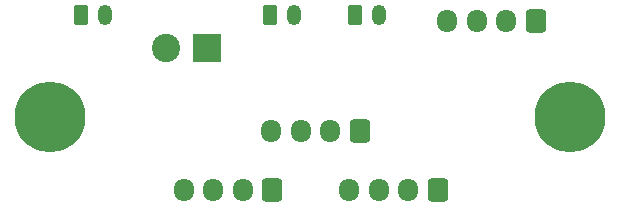
<source format=gbr>
%TF.GenerationSoftware,KiCad,Pcbnew,(6.0.11-0)*%
%TF.CreationDate,2023-05-17T22:42:15+12:00*%
%TF.ProjectId,head-interface,68656164-2d69-46e7-9465-72666163652e,rev?*%
%TF.SameCoordinates,PX3135a80PY23aadc0*%
%TF.FileFunction,Soldermask,Bot*%
%TF.FilePolarity,Negative*%
%FSLAX46Y46*%
G04 Gerber Fmt 4.6, Leading zero omitted, Abs format (unit mm)*
G04 Created by KiCad (PCBNEW (6.0.11-0)) date 2023-05-17 22:42:15*
%MOMM*%
%LPD*%
G01*
G04 APERTURE LIST*
G04 Aperture macros list*
%AMRoundRect*
0 Rectangle with rounded corners*
0 $1 Rounding radius*
0 $2 $3 $4 $5 $6 $7 $8 $9 X,Y pos of 4 corners*
0 Add a 4 corners polygon primitive as box body*
4,1,4,$2,$3,$4,$5,$6,$7,$8,$9,$2,$3,0*
0 Add four circle primitives for the rounded corners*
1,1,$1+$1,$2,$3*
1,1,$1+$1,$4,$5*
1,1,$1+$1,$6,$7*
1,1,$1+$1,$8,$9*
0 Add four rect primitives between the rounded corners*
20,1,$1+$1,$2,$3,$4,$5,0*
20,1,$1+$1,$4,$5,$6,$7,0*
20,1,$1+$1,$6,$7,$8,$9,0*
20,1,$1+$1,$8,$9,$2,$3,0*%
G04 Aperture macros list end*
%ADD10RoundRect,0.250000X0.600000X0.725000X-0.600000X0.725000X-0.600000X-0.725000X0.600000X-0.725000X0*%
%ADD11O,1.700000X1.950000*%
%ADD12RoundRect,0.250000X-0.350000X-0.625000X0.350000X-0.625000X0.350000X0.625000X-0.350000X0.625000X0*%
%ADD13O,1.200000X1.750000*%
%ADD14C,6.000000*%
%ADD15R,2.400000X2.400000*%
%ADD16C,2.400000*%
G04 APERTURE END LIST*
D10*
%TO.C,J3*%
X39225000Y-19750000D03*
D11*
X36725000Y-19750000D03*
X34225000Y-19750000D03*
X31725000Y-19750000D03*
%TD*%
D10*
%TO.C,J1*%
X25200000Y-19750000D03*
D11*
X22700000Y-19750000D03*
X20200000Y-19750000D03*
X17700000Y-19750000D03*
%TD*%
D10*
%TO.C,J8*%
X47500000Y-5500000D03*
D11*
X45000000Y-5500000D03*
X42500000Y-5500000D03*
X40000000Y-5500000D03*
%TD*%
D12*
%TO.C,J6*%
X32200000Y-5000000D03*
D13*
X34200000Y-5000000D03*
%TD*%
D14*
%TO.C,H2*%
X50400000Y-13600000D03*
%TD*%
D12*
%TO.C,J7*%
X25000000Y-5000000D03*
D13*
X27000000Y-5000000D03*
%TD*%
D15*
%TO.C,J5*%
X19700000Y-7800000D03*
D16*
X16200000Y-7800000D03*
%TD*%
D12*
%TO.C,J4*%
X9000000Y-5000000D03*
D13*
X11000000Y-5000000D03*
%TD*%
D14*
%TO.C,H1*%
X6400000Y-13600000D03*
%TD*%
D10*
%TO.C,J2*%
X32600000Y-14800000D03*
D11*
X30100000Y-14800000D03*
X27600000Y-14800000D03*
X25100000Y-14800000D03*
%TD*%
M02*

</source>
